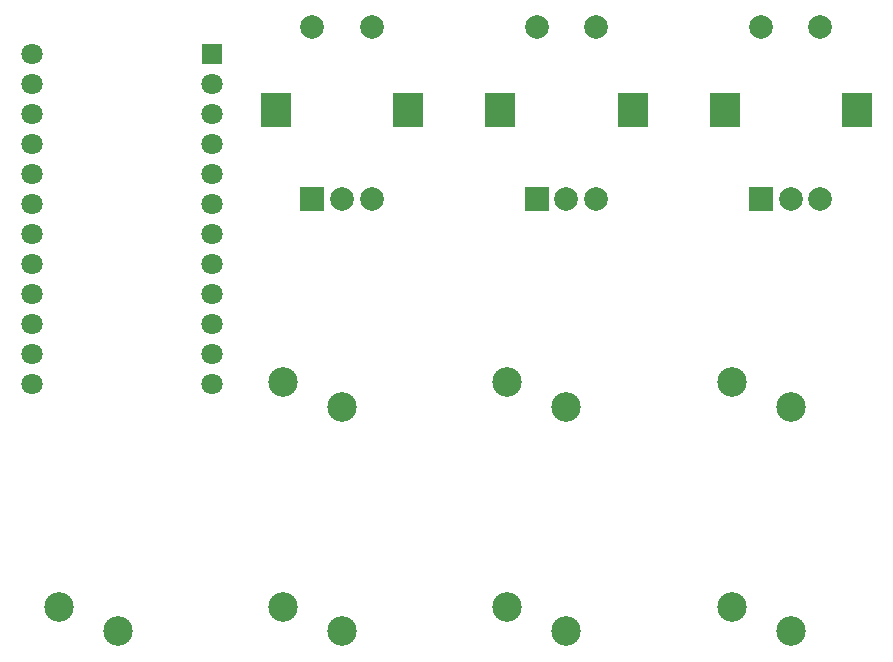
<source format=gbr>
%TF.GenerationSoftware,KiCad,Pcbnew,7.0.9*%
%TF.CreationDate,2023-11-21T21:31:42+09:00*%
%TF.ProjectId,celeron_kb_1,63656c65-726f-46e5-9f6b-625f312e6b69,rev?*%
%TF.SameCoordinates,Original*%
%TF.FileFunction,Copper,L1,Top*%
%TF.FilePolarity,Positive*%
%FSLAX46Y46*%
G04 Gerber Fmt 4.6, Leading zero omitted, Abs format (unit mm)*
G04 Created by KiCad (PCBNEW 7.0.9) date 2023-11-21 21:31:42*
%MOMM*%
%LPD*%
G01*
G04 APERTURE LIST*
%TA.AperFunction,ComponentPad*%
%ADD10R,2.000000X2.000000*%
%TD*%
%TA.AperFunction,ComponentPad*%
%ADD11C,2.000000*%
%TD*%
%TA.AperFunction,ComponentPad*%
%ADD12R,2.500000X3.000000*%
%TD*%
%TA.AperFunction,ComponentPad*%
%ADD13C,2.500000*%
%TD*%
%TA.AperFunction,ComponentPad*%
%ADD14R,1.800000X1.800000*%
%TD*%
%TA.AperFunction,ComponentPad*%
%ADD15C,1.800000*%
%TD*%
G04 APERTURE END LIST*
D10*
%TO.P,E2,A,A*%
%TO.N,Net-(P1-~D6{slash}A7)*%
X135500000Y-69250000D03*
D11*
%TO.P,E2,B,B*%
%TO.N,Net-(P1-D7)*%
X140500000Y-69250000D03*
%TO.P,E2,C,C*%
%TO.N,Net-(P1-GND-Pad4)*%
X138000000Y-69250000D03*
D12*
%TO.P,E2,MP*%
%TO.N,N/C*%
X132400000Y-61750000D03*
X143600000Y-61750000D03*
D11*
%TO.P,E2,S1,S1*%
%TO.N,Net-(P1-GND-Pad4)*%
X135500000Y-54750000D03*
%TO.P,E2,S2,S2*%
%TO.N,Net-(P1-~D3)*%
X140500000Y-54750000D03*
%TD*%
D13*
%TO.P,SW1,1,1*%
%TO.N,Net-(P1-D20{slash}A2)*%
X119000000Y-86900000D03*
%TO.P,SW1,2,2*%
%TO.N,Net-(P1-GND-Pad23)*%
X114000000Y-84800000D03*
%TD*%
D14*
%TO.P,promicro,1,D1/TX*%
%TO.N,unconnected-(P1-D1{slash}TX-Pad1)*%
X107985000Y-57020000D03*
D15*
%TO.P,promicro,2,D0/RX*%
%TO.N,unconnected-(P1-D0{slash}RX-Pad2)*%
X107985000Y-59560000D03*
%TO.P,promicro,3,GND*%
%TO.N,unconnected-(P1-GND-Pad3)*%
X107985000Y-62100000D03*
%TO.P,promicro,4,GND*%
%TO.N,Net-(P1-GND-Pad4)*%
X107985000Y-64640000D03*
%TO.P,promicro,5,D2*%
%TO.N,Net-(P1-D2)*%
X107985000Y-67180000D03*
%TO.P,promicro,6,~D3*%
%TO.N,Net-(P1-~D3)*%
X107985000Y-69720000D03*
%TO.P,promicro,7,D4/A6*%
%TO.N,Net-(P1-D4{slash}A6)*%
X107985000Y-72260000D03*
%TO.P,promicro,8,~D5*%
%TO.N,Net-(P1-~D5)*%
X107985000Y-74800000D03*
%TO.P,promicro,9,~D6/A7*%
%TO.N,Net-(P1-~D6{slash}A7)*%
X107985000Y-77340000D03*
%TO.P,promicro,10,D7*%
%TO.N,Net-(P1-D7)*%
X107985000Y-79880000D03*
%TO.P,promicro,11,D8/A8*%
%TO.N,Net-(P1-D8{slash}A8)*%
X107985000Y-82420000D03*
%TO.P,promicro,12,~D9/A9*%
%TO.N,Net-(P1-~D9{slash}A9)*%
X107985000Y-84960000D03*
%TO.P,promicro,13,~D10/A10*%
%TO.N,Net-(P1-~D10{slash}A10)*%
X92745000Y-84960000D03*
%TO.P,promicro,14,D16*%
%TO.N,Net-(P1-D16)*%
X92745000Y-82420000D03*
%TO.P,promicro,15,D14*%
%TO.N,Net-(P1-D14)*%
X92745000Y-79880000D03*
%TO.P,promicro,16,D15*%
%TO.N,Net-(P1-D15)*%
X92745000Y-77340000D03*
%TO.P,promicro,17,D18/A0*%
%TO.N,Net-(P1-D18{slash}A0)*%
X92745000Y-74800000D03*
%TO.P,promicro,18,D19/A1*%
%TO.N,Net-(P1-D19{slash}A1)*%
X92745000Y-72260000D03*
%TO.P,promicro,19,D20/A2*%
%TO.N,Net-(P1-D20{slash}A2)*%
X92745000Y-69720000D03*
%TO.P,promicro,20,D21/A3*%
%TO.N,Net-(P1-D21{slash}A3)*%
X92745000Y-67180000D03*
%TO.P,promicro,21,VCC*%
%TO.N,unconnected-(P1-VCC-Pad21)*%
X92745000Y-64640000D03*
%TO.P,promicro,22,RST*%
%TO.N,unconnected-(P1-RST-Pad22)*%
X92745000Y-62100000D03*
%TO.P,promicro,23,GND*%
%TO.N,Net-(P1-GND-Pad23)*%
X92745000Y-59560000D03*
%TO.P,promicro,24,RAW*%
%TO.N,unconnected-(P1-RAW-Pad24)*%
X92745000Y-57020000D03*
%TD*%
D13*
%TO.P,SW7,1,1*%
%TO.N,Net-(P1-GND-Pad23)*%
X157000000Y-105900000D03*
%TO.P,SW7,2,2*%
%TO.N,Net-(P1-D15)*%
X152000000Y-103800000D03*
%TD*%
%TO.P,SW5,1,1*%
%TO.N,Net-(P1-GND-Pad23)*%
X119000000Y-105900000D03*
%TO.P,SW5,2,2*%
%TO.N,Net-(P1-D16)*%
X114000000Y-103800000D03*
%TD*%
D10*
%TO.P,E3,A,A*%
%TO.N,Net-(P1-D8{slash}A8)*%
X154500000Y-69250000D03*
D11*
%TO.P,E3,B,B*%
%TO.N,Net-(P1-~D9{slash}A9)*%
X159500000Y-69250000D03*
%TO.P,E3,C,C*%
%TO.N,Net-(P1-GND-Pad4)*%
X157000000Y-69250000D03*
D12*
%TO.P,E3,MP*%
%TO.N,N/C*%
X151400000Y-61750000D03*
X162600000Y-61750000D03*
D11*
%TO.P,E3,S1,S1*%
%TO.N,Net-(P1-GND-Pad4)*%
X154500000Y-54750000D03*
%TO.P,E3,S2,S2*%
%TO.N,Net-(P1-D21{slash}A3)*%
X159500000Y-54750000D03*
%TD*%
D10*
%TO.P,E1,A,A*%
%TO.N,Net-(P1-D4{slash}A6)*%
X116500000Y-69250000D03*
D11*
%TO.P,E1,B,B*%
%TO.N,Net-(P1-~D5)*%
X121500000Y-69250000D03*
%TO.P,E1,C,C*%
%TO.N,Net-(P1-GND-Pad4)*%
X119000000Y-69250000D03*
D12*
%TO.P,E1,MP*%
%TO.N,N/C*%
X113400000Y-61750000D03*
X124600000Y-61750000D03*
D11*
%TO.P,E1,S1,S1*%
%TO.N,Net-(P1-GND-Pad4)*%
X116500000Y-54750000D03*
%TO.P,E1,S2,S2*%
%TO.N,Net-(P1-D2)*%
X121500000Y-54750000D03*
%TD*%
D13*
%TO.P,SW4,1,1*%
%TO.N,Net-(P1-GND-Pad23)*%
X100000000Y-105900000D03*
%TO.P,SW4,2,2*%
%TO.N,Net-(P1-~D10{slash}A10)*%
X95000000Y-103800000D03*
%TD*%
%TO.P,SW6,1,1*%
%TO.N,Net-(P1-GND-Pad23)*%
X138000000Y-105900000D03*
%TO.P,SW6,2,2*%
%TO.N,Net-(P1-D14)*%
X133000000Y-103800000D03*
%TD*%
%TO.P,SW3,1,1*%
%TO.N,Net-(P1-D18{slash}A0)*%
X157000000Y-86900000D03*
%TO.P,SW3,2,2*%
%TO.N,Net-(P1-GND-Pad23)*%
X152000000Y-84800000D03*
%TD*%
%TO.P,SW2,1,1*%
%TO.N,Net-(P1-D19{slash}A1)*%
X138000000Y-86900000D03*
%TO.P,SW2,2,2*%
%TO.N,Net-(P1-GND-Pad23)*%
X133000000Y-84800000D03*
%TD*%
M02*

</source>
